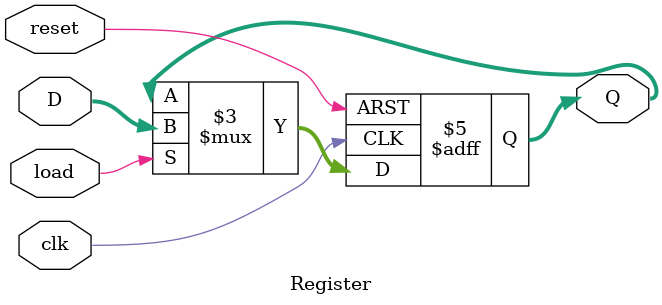
<source format=v>
`define bits 9
module Register (
    input [`bits-1:0] D,
    input reset,clk ,load,
    output reg [`bits-1:0] Q
);
always @(posedge clk or negedge reset) begin
    if(!reset)
        Q <= 9'b0;
    else if(load)
        Q <= D;
end
endmodule

</source>
